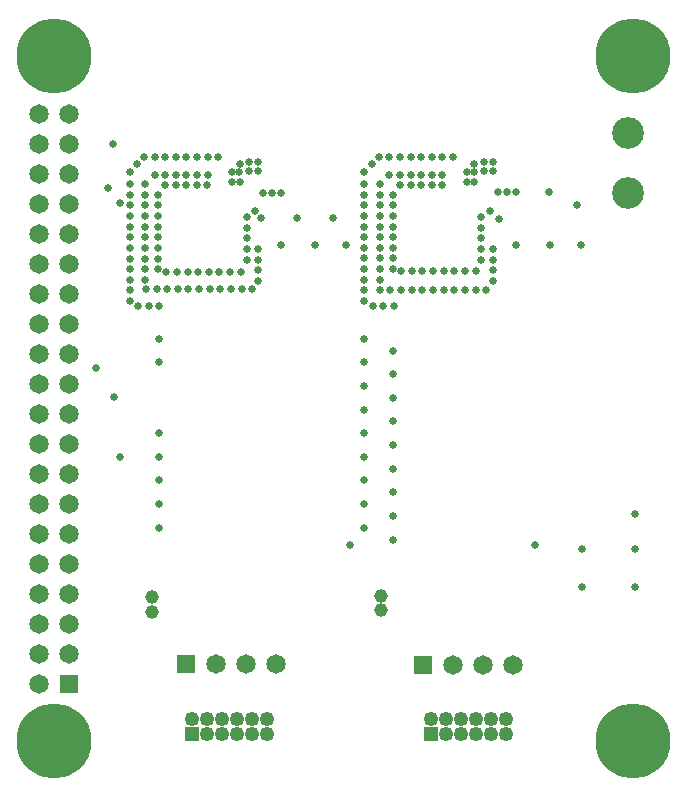
<source format=gbs>
G04*
G04 #@! TF.GenerationSoftware,Altium Limited,Altium Designer,20.0.9 (164)*
G04*
G04 Layer_Color=16711935*
%FSLAX25Y25*%
%MOIN*%
G70*
G01*
G75*
%ADD35R,0.04921X0.04921*%
%ADD36C,0.04921*%
%ADD37C,0.10591*%
%ADD38C,0.06496*%
%ADD39R,0.06496X0.06496*%
%ADD40R,0.06496X0.06496*%
%ADD41C,0.02559*%
%ADD42C,0.04528*%
%ADD43C,0.25000*%
D35*
X288150Y228740D02*
D03*
X367953D02*
D03*
D36*
X288150Y233740D02*
D03*
X293150Y228740D02*
D03*
Y233740D02*
D03*
X298150Y228740D02*
D03*
Y233740D02*
D03*
X303150Y228740D02*
D03*
Y233740D02*
D03*
X308150Y228740D02*
D03*
Y233740D02*
D03*
X313150Y228740D02*
D03*
Y233740D02*
D03*
X367953D02*
D03*
X372953Y228740D02*
D03*
Y233740D02*
D03*
X377953Y228740D02*
D03*
Y233740D02*
D03*
X382953Y228740D02*
D03*
Y233740D02*
D03*
X387953Y228740D02*
D03*
Y233740D02*
D03*
X392953Y228740D02*
D03*
Y233740D02*
D03*
D37*
X433465Y429055D02*
D03*
Y409055D02*
D03*
D38*
X237126Y435551D02*
D03*
X247126D02*
D03*
X237126Y425551D02*
D03*
X247126D02*
D03*
X237126Y415551D02*
D03*
X247126D02*
D03*
X237126Y405551D02*
D03*
X247126D02*
D03*
X237126Y395551D02*
D03*
X247126D02*
D03*
X237126Y385551D02*
D03*
X247126D02*
D03*
X237126Y375551D02*
D03*
X247126D02*
D03*
X237126Y365551D02*
D03*
X247126D02*
D03*
X237126Y355551D02*
D03*
X247126D02*
D03*
X237126Y345551D02*
D03*
X247126D02*
D03*
X237126Y335551D02*
D03*
X247126D02*
D03*
X237126Y325551D02*
D03*
X247126D02*
D03*
X237126Y315551D02*
D03*
X247126D02*
D03*
X237126Y305551D02*
D03*
X247126D02*
D03*
X237126Y295551D02*
D03*
X247126D02*
D03*
X237126Y285551D02*
D03*
X247126D02*
D03*
X237126Y275551D02*
D03*
X247126D02*
D03*
X237126Y265551D02*
D03*
X247126D02*
D03*
X237126Y255551D02*
D03*
X247126D02*
D03*
X237126Y245551D02*
D03*
X395276Y251969D02*
D03*
X385276D02*
D03*
X375276D02*
D03*
X316063Y252362D02*
D03*
X306063D02*
D03*
X296063D02*
D03*
D39*
X247126Y245551D02*
D03*
D40*
X365276Y251969D02*
D03*
X286063Y252362D02*
D03*
D41*
X402362Y291732D02*
D03*
X340945D02*
D03*
X260236Y411024D02*
D03*
X301575Y416142D02*
D03*
X303937D02*
D03*
X379921D02*
D03*
X388583Y416535D02*
D03*
X385433Y419685D02*
D03*
Y416535D02*
D03*
X388583Y419685D02*
D03*
X418110Y277953D02*
D03*
X277165Y360630D02*
D03*
Y352756D02*
D03*
Y321260D02*
D03*
Y329134D02*
D03*
Y305512D02*
D03*
Y313386D02*
D03*
Y297638D02*
D03*
X345669Y297638D02*
D03*
X355118Y293701D02*
D03*
X345669Y313386D02*
D03*
X355118Y309449D02*
D03*
Y301575D02*
D03*
X345669Y305512D02*
D03*
Y329134D02*
D03*
X355118Y325197D02*
D03*
Y317323D02*
D03*
X345669Y321260D02*
D03*
Y344882D02*
D03*
X355118Y340945D02*
D03*
Y333071D02*
D03*
X345669Y337008D02*
D03*
Y352756D02*
D03*
X355118Y348819D02*
D03*
Y356693D02*
D03*
X345669Y360630D02*
D03*
X416535Y405118D02*
D03*
X407087Y409449D02*
D03*
X417717Y391732D02*
D03*
X407480D02*
D03*
X396063D02*
D03*
X390551Y400394D02*
D03*
X264173Y321260D02*
D03*
X262205Y341339D02*
D03*
X256299Y350787D02*
D03*
X264173Y405905D02*
D03*
X261811Y425591D02*
D03*
X310236Y416535D02*
D03*
X307087D02*
D03*
Y419685D02*
D03*
X310236D02*
D03*
X339370Y391732D02*
D03*
X329134D02*
D03*
X317717D02*
D03*
X335039Y400787D02*
D03*
X323228D02*
D03*
X311024D02*
D03*
X418110Y290551D02*
D03*
X435827Y302362D02*
D03*
Y277953D02*
D03*
Y290551D02*
D03*
X304034Y418848D02*
D03*
Y412942D02*
D03*
X301672D02*
D03*
X293307Y411811D02*
D03*
X293404Y415305D02*
D03*
X289861D02*
D03*
X286317D02*
D03*
X282774D02*
D03*
X279231D02*
D03*
X275687D02*
D03*
X272538Y412155D02*
D03*
Y408612D02*
D03*
Y405068D02*
D03*
Y401525D02*
D03*
Y397982D02*
D03*
Y394438D02*
D03*
Y390895D02*
D03*
Y387352D02*
D03*
Y383808D02*
D03*
Y380265D02*
D03*
X272835Y377165D02*
D03*
X276378D02*
D03*
X279921D02*
D03*
X283465D02*
D03*
X287008D02*
D03*
X290551D02*
D03*
X294094D02*
D03*
X297638D02*
D03*
X301181D02*
D03*
X304724D02*
D03*
X308268D02*
D03*
X310333Y379872D02*
D03*
Y383415D02*
D03*
Y386958D02*
D03*
Y390501D02*
D03*
X289861Y411761D02*
D03*
X286317D02*
D03*
X282774D02*
D03*
X279231D02*
D03*
X276868Y408612D02*
D03*
Y405068D02*
D03*
Y401525D02*
D03*
Y397982D02*
D03*
Y394438D02*
D03*
Y390895D02*
D03*
Y387352D02*
D03*
Y383808D02*
D03*
X279624Y383021D02*
D03*
X283168D02*
D03*
X286711D02*
D03*
X290254D02*
D03*
X293797D02*
D03*
X297341D02*
D03*
X300884D02*
D03*
X304427D02*
D03*
X306396Y386958D02*
D03*
Y390501D02*
D03*
Y394045D02*
D03*
Y397588D02*
D03*
Y401131D02*
D03*
X286317Y421210D02*
D03*
X282774D02*
D03*
X279231D02*
D03*
X275687D02*
D03*
X272144D02*
D03*
X267420Y412155D02*
D03*
Y408612D02*
D03*
Y405068D02*
D03*
Y401525D02*
D03*
Y397982D02*
D03*
Y394438D02*
D03*
Y390895D02*
D03*
Y387352D02*
D03*
Y383808D02*
D03*
Y380265D02*
D03*
Y376722D02*
D03*
Y373179D02*
D03*
X270176Y371604D02*
D03*
X273719D02*
D03*
X277262D02*
D03*
X267420Y416092D02*
D03*
X269782Y418848D02*
D03*
X289861Y421210D02*
D03*
X293404D02*
D03*
X296947D02*
D03*
X309152Y403100D02*
D03*
X311811Y409166D02*
D03*
X314961D02*
D03*
X317717D02*
D03*
X390158Y409449D02*
D03*
X387402Y403150D02*
D03*
X393307Y409449D02*
D03*
X396063D02*
D03*
X375197Y421260D02*
D03*
X371654D02*
D03*
X368110D02*
D03*
X348031Y418898D02*
D03*
X345669Y416142D02*
D03*
X355512Y371654D02*
D03*
X351969D02*
D03*
X348425D02*
D03*
X345669Y373228D02*
D03*
Y376772D02*
D03*
Y380315D02*
D03*
Y383858D02*
D03*
Y387402D02*
D03*
Y390945D02*
D03*
Y394488D02*
D03*
Y398031D02*
D03*
Y401575D02*
D03*
Y405118D02*
D03*
Y408661D02*
D03*
Y412205D02*
D03*
X350394Y421260D02*
D03*
X353937D02*
D03*
X357480D02*
D03*
X361024D02*
D03*
X364567D02*
D03*
X384646Y401181D02*
D03*
Y397638D02*
D03*
Y394094D02*
D03*
Y390551D02*
D03*
Y387008D02*
D03*
X382677Y383071D02*
D03*
X379134D02*
D03*
X375591D02*
D03*
X372047D02*
D03*
X368504D02*
D03*
X364961D02*
D03*
X361417D02*
D03*
X357874D02*
D03*
X355118Y383858D02*
D03*
Y387402D02*
D03*
Y390945D02*
D03*
Y394488D02*
D03*
Y398031D02*
D03*
Y401575D02*
D03*
Y405118D02*
D03*
Y408661D02*
D03*
X357480Y411811D02*
D03*
X361024D02*
D03*
X364567D02*
D03*
X368110D02*
D03*
X388583Y390551D02*
D03*
Y387008D02*
D03*
Y383465D02*
D03*
Y379921D02*
D03*
X386221Y376772D02*
D03*
X382677D02*
D03*
X379134D02*
D03*
X375591D02*
D03*
X372047D02*
D03*
X368504D02*
D03*
X364961D02*
D03*
X361417D02*
D03*
X357874D02*
D03*
X354331D02*
D03*
X350787D02*
D03*
Y380315D02*
D03*
Y383858D02*
D03*
Y387402D02*
D03*
Y390945D02*
D03*
Y394488D02*
D03*
Y398031D02*
D03*
Y401575D02*
D03*
Y405118D02*
D03*
Y408661D02*
D03*
Y412205D02*
D03*
X353937Y415354D02*
D03*
X357480D02*
D03*
X361024D02*
D03*
X364567D02*
D03*
X368110D02*
D03*
X371654D02*
D03*
Y411811D02*
D03*
X379921Y412992D02*
D03*
X382283D02*
D03*
X382283Y416142D02*
D03*
X382283Y418898D02*
D03*
D42*
X351195Y270252D02*
D03*
X351181Y274803D02*
D03*
X274803Y274410D02*
D03*
Y269685D02*
D03*
D43*
X242126Y454724D02*
D03*
X435039D02*
D03*
Y226378D02*
D03*
X242126D02*
D03*
M02*

</source>
